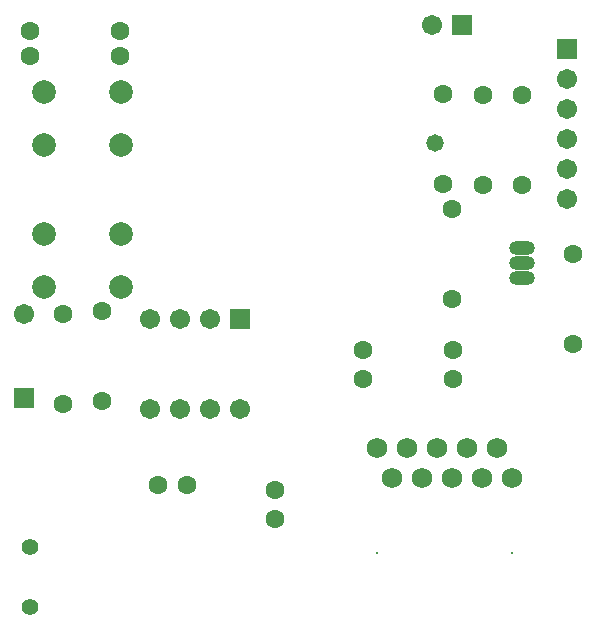
<source format=gbs>
G04 Layer_Color=16711935*
%FSLAX25Y25*%
%MOIN*%
G70*
G01*
G75*
%ADD43C,0.06312*%
%ADD44C,0.06800*%
%ADD45C,0.00800*%
%ADD46C,0.05524*%
%ADD47R,0.06706X0.06706*%
%ADD48C,0.06706*%
%ADD49O,0.08674X0.04737*%
%ADD50O,0.08674X0.04737*%
%ADD51R,0.06706X0.06706*%
%ADD52C,0.07887*%
%ADD53C,0.05800*%
D43*
X77343Y52500D02*
D03*
X67500D02*
D03*
X165500Y144500D02*
D03*
Y114500D02*
D03*
X136000Y88000D02*
D03*
X166000D02*
D03*
Y97500D02*
D03*
X136000D02*
D03*
X189000Y182500D02*
D03*
Y152500D02*
D03*
X206000Y99500D02*
D03*
Y129500D02*
D03*
X55000Y195500D02*
D03*
X25000D02*
D03*
X36000Y109500D02*
D03*
Y79500D02*
D03*
X49000Y80500D02*
D03*
Y110500D02*
D03*
X55000Y204000D02*
D03*
X25000D02*
D03*
X176000Y152500D02*
D03*
Y182500D02*
D03*
X162500Y153000D02*
D03*
Y183000D02*
D03*
X106500Y41157D02*
D03*
Y51000D02*
D03*
D44*
X185500Y55000D02*
D03*
X180500Y65000D02*
D03*
X175500Y55000D02*
D03*
X170500Y65000D02*
D03*
X165500Y55000D02*
D03*
X160500Y65000D02*
D03*
X155500Y55000D02*
D03*
X150500Y65000D02*
D03*
X140500D02*
D03*
X145500Y55000D02*
D03*
D45*
X185500Y30000D02*
D03*
X140500D02*
D03*
D46*
X25000Y12000D02*
D03*
Y32000D02*
D03*
D47*
X23000Y81524D02*
D03*
X95000Y108000D02*
D03*
X204000Y198000D02*
D03*
D48*
X23000Y109476D02*
D03*
X85000Y108000D02*
D03*
X75000D02*
D03*
X65000D02*
D03*
X95000Y78000D02*
D03*
X85000D02*
D03*
X75000D02*
D03*
X65000D02*
D03*
X159000Y206000D02*
D03*
X204000Y188000D02*
D03*
Y178000D02*
D03*
Y168000D02*
D03*
Y158000D02*
D03*
Y148000D02*
D03*
D49*
X189000Y121500D02*
D03*
Y126500D02*
D03*
D50*
Y131500D02*
D03*
D51*
X169000Y206000D02*
D03*
D52*
X55091Y183500D02*
D03*
X29500D02*
D03*
Y165784D02*
D03*
X55091D02*
D03*
Y136283D02*
D03*
X29500D02*
D03*
Y118567D02*
D03*
X55091D02*
D03*
D53*
X159900Y166400D02*
D03*
M02*

</source>
